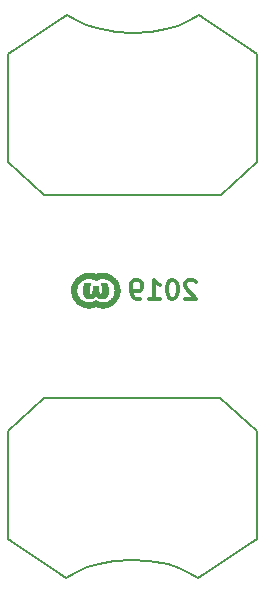
<source format=gbo>
G04 #@! TF.GenerationSoftware,KiCad,Pcbnew,(5.1.0)-1*
G04 #@! TF.CreationDate,2019-03-26T08:32:57+01:00*
G04 #@! TF.ProjectId,node,6e6f6465-2e6b-4696-9361-645f70636258,rev?*
G04 #@! TF.SameCoordinates,Original*
G04 #@! TF.FileFunction,Legend,Bot*
G04 #@! TF.FilePolarity,Positive*
%FSLAX46Y46*%
G04 Gerber Fmt 4.6, Leading zero omitted, Abs format (unit mm)*
G04 Created by KiCad (PCBNEW (5.1.0)-1) date 2019-03-26 08:32:57*
%MOMM*%
%LPD*%
G04 APERTURE LIST*
%ADD10C,0.300000*%
%ADD11C,0.010000*%
%ADD12C,0.203200*%
G04 APERTURE END LIST*
D10*
X152242857Y-81276190D02*
X152166666Y-81200000D01*
X152014285Y-81123809D01*
X151633333Y-81123809D01*
X151480952Y-81200000D01*
X151404761Y-81276190D01*
X151328571Y-81428571D01*
X151328571Y-81580952D01*
X151404761Y-81809523D01*
X152319047Y-82723809D01*
X151328571Y-82723809D01*
X150338095Y-81123809D02*
X150185714Y-81123809D01*
X150033333Y-81200000D01*
X149957142Y-81276190D01*
X149880952Y-81428571D01*
X149804761Y-81733333D01*
X149804761Y-82114285D01*
X149880952Y-82419047D01*
X149957142Y-82571428D01*
X150033333Y-82647619D01*
X150185714Y-82723809D01*
X150338095Y-82723809D01*
X150490476Y-82647619D01*
X150566666Y-82571428D01*
X150642857Y-82419047D01*
X150719047Y-82114285D01*
X150719047Y-81733333D01*
X150642857Y-81428571D01*
X150566666Y-81276190D01*
X150490476Y-81200000D01*
X150338095Y-81123809D01*
X148280952Y-82723809D02*
X149195238Y-82723809D01*
X148738095Y-82723809D02*
X148738095Y-81123809D01*
X148890476Y-81352380D01*
X149042857Y-81504761D01*
X149195238Y-81580952D01*
X147519047Y-82723809D02*
X147214285Y-82723809D01*
X147061904Y-82647619D01*
X146985714Y-82571428D01*
X146833333Y-82342857D01*
X146757142Y-82038095D01*
X146757142Y-81428571D01*
X146833333Y-81276190D01*
X146909523Y-81200000D01*
X147061904Y-81123809D01*
X147366666Y-81123809D01*
X147519047Y-81200000D01*
X147595238Y-81276190D01*
X147671428Y-81428571D01*
X147671428Y-81809523D01*
X147595238Y-81961904D01*
X147519047Y-82038095D01*
X147366666Y-82114285D01*
X147061904Y-82114285D01*
X146909523Y-82038095D01*
X146833333Y-81961904D01*
X146757142Y-81809523D01*
D11*
G36*
X144405229Y-81401294D02*
G01*
X144364039Y-81401327D01*
X144329096Y-81401398D01*
X144299895Y-81401521D01*
X144275932Y-81401708D01*
X144256702Y-81401974D01*
X144241699Y-81402331D01*
X144230420Y-81402793D01*
X144222357Y-81403373D01*
X144217008Y-81404084D01*
X144213867Y-81404941D01*
X144212429Y-81405955D01*
X144212190Y-81407140D01*
X144212307Y-81407636D01*
X144217617Y-81425366D01*
X144224259Y-81448451D01*
X144231772Y-81475212D01*
X144239696Y-81503971D01*
X144247569Y-81533050D01*
X144254931Y-81560772D01*
X144261321Y-81585458D01*
X144263342Y-81593469D01*
X144283330Y-81678173D01*
X144299504Y-81757310D01*
X144311944Y-81831435D01*
X144320732Y-81901102D01*
X144325952Y-81966866D01*
X144327684Y-82029029D01*
X144326034Y-82085383D01*
X144320993Y-82135460D01*
X144312521Y-82179423D01*
X144300573Y-82217434D01*
X144285107Y-82249656D01*
X144266080Y-82276252D01*
X144260935Y-82281861D01*
X144242845Y-82296513D01*
X144219868Y-82309003D01*
X144194245Y-82318524D01*
X144168219Y-82324270D01*
X144144032Y-82325434D01*
X144140590Y-82325152D01*
X144114915Y-82319276D01*
X144091835Y-82307119D01*
X144071288Y-82288582D01*
X144053212Y-82263570D01*
X144037542Y-82231984D01*
X144024218Y-82193728D01*
X144013175Y-82148705D01*
X144007763Y-82119281D01*
X144003711Y-82092771D01*
X144000403Y-82066496D01*
X143997792Y-82039486D01*
X143995834Y-82010774D01*
X143994485Y-81979388D01*
X143993699Y-81944359D01*
X143993431Y-81904719D01*
X143993637Y-81859496D01*
X143994051Y-81823107D01*
X143996035Y-81677057D01*
X143915653Y-81677062D01*
X143893985Y-81677122D01*
X143866376Y-81677291D01*
X143834142Y-81677555D01*
X143798597Y-81677903D01*
X143761058Y-81678320D01*
X143722838Y-81678793D01*
X143685255Y-81679311D01*
X143675614Y-81679453D01*
X143515957Y-81681839D01*
X143517202Y-81841827D01*
X143517460Y-81897727D01*
X143517290Y-81947111D01*
X143516659Y-81990708D01*
X143515536Y-82029246D01*
X143513889Y-82063457D01*
X143511685Y-82094068D01*
X143508894Y-82121810D01*
X143505482Y-82147412D01*
X143503224Y-82161472D01*
X143494599Y-82202648D01*
X143483821Y-82237162D01*
X143470673Y-82265346D01*
X143454939Y-82287530D01*
X143436402Y-82304047D01*
X143414847Y-82315227D01*
X143400106Y-82319573D01*
X143385444Y-82321702D01*
X143367045Y-82322701D01*
X143346799Y-82322656D01*
X143326594Y-82321652D01*
X143308317Y-82319774D01*
X143293857Y-82317106D01*
X143286257Y-82314435D01*
X143265543Y-82299394D01*
X143247250Y-82277932D01*
X143231407Y-82250481D01*
X143218045Y-82217474D01*
X143207194Y-82179342D01*
X143198884Y-82136518D01*
X143193145Y-82089432D01*
X143190007Y-82038516D01*
X143189500Y-81984203D01*
X143191655Y-81926925D01*
X143196502Y-81867113D01*
X143204071Y-81805198D01*
X143214391Y-81741614D01*
X143227493Y-81676791D01*
X143238520Y-81630177D01*
X143247329Y-81597073D01*
X143257632Y-81561627D01*
X143268829Y-81525700D01*
X143280318Y-81491159D01*
X143291498Y-81459866D01*
X143301768Y-81433685D01*
X143302350Y-81432299D01*
X143307841Y-81419169D01*
X143312054Y-81408888D01*
X143314341Y-81403046D01*
X143314571Y-81402303D01*
X143311041Y-81402132D01*
X143300843Y-81401969D01*
X143284565Y-81401819D01*
X143262798Y-81401682D01*
X143236130Y-81401561D01*
X143205150Y-81401459D01*
X143170447Y-81401379D01*
X143132611Y-81401322D01*
X143092230Y-81401291D01*
X143067798Y-81401286D01*
X142821025Y-81401286D01*
X142806225Y-81433036D01*
X142766926Y-81524421D01*
X142734643Y-81615018D01*
X142709243Y-81705285D01*
X142690591Y-81795678D01*
X142681359Y-81860300D01*
X142678386Y-81893287D01*
X142676459Y-81931013D01*
X142675581Y-81971336D01*
X142675754Y-82012113D01*
X142676982Y-82051200D01*
X142679267Y-82086454D01*
X142681015Y-82103768D01*
X142691542Y-82172370D01*
X142706512Y-82238521D01*
X142725659Y-82301761D01*
X142748718Y-82361632D01*
X142775421Y-82417675D01*
X142805503Y-82469434D01*
X142838696Y-82516448D01*
X142874735Y-82558260D01*
X142913353Y-82594412D01*
X142954284Y-82624446D01*
X142997262Y-82647902D01*
X142997283Y-82647911D01*
X143030101Y-82661410D01*
X143067689Y-82674397D01*
X143107565Y-82686082D01*
X143147248Y-82695676D01*
X143147657Y-82695763D01*
X143162584Y-82698841D01*
X143175667Y-82701193D01*
X143188260Y-82702917D01*
X143201721Y-82704114D01*
X143217403Y-82704882D01*
X143236662Y-82705321D01*
X143260855Y-82705530D01*
X143281914Y-82705593D01*
X143314748Y-82705508D01*
X143341824Y-82704992D01*
X143364639Y-82703854D01*
X143384689Y-82701901D01*
X143403471Y-82698944D01*
X143422480Y-82694791D01*
X143443212Y-82689251D01*
X143467164Y-82682132D01*
X143468376Y-82681761D01*
X143524016Y-82661031D01*
X143576992Y-82633939D01*
X143626303Y-82601060D01*
X143663795Y-82569728D01*
X143681159Y-82552170D01*
X143700336Y-82530318D01*
X143719671Y-82506252D01*
X143737506Y-82482053D01*
X143752184Y-82459801D01*
X143754717Y-82455561D01*
X143764876Y-82438163D01*
X143781146Y-82464553D01*
X143816465Y-82515667D01*
X143855954Y-82561382D01*
X143899261Y-82601402D01*
X143946033Y-82635429D01*
X143995921Y-82663168D01*
X144036657Y-82680206D01*
X144060591Y-82688368D01*
X144082469Y-82694583D01*
X144104009Y-82699124D01*
X144126932Y-82702260D01*
X144152958Y-82704264D01*
X144183806Y-82705408D01*
X144198129Y-82705688D01*
X144221228Y-82705971D01*
X144242617Y-82706071D01*
X144260941Y-82705995D01*
X144274846Y-82705749D01*
X144282978Y-82705339D01*
X144283400Y-82705292D01*
X144325811Y-82698678D01*
X144369924Y-82689216D01*
X144414352Y-82677363D01*
X144457708Y-82663578D01*
X144498604Y-82648318D01*
X144535651Y-82632042D01*
X144567464Y-82615206D01*
X144579868Y-82607461D01*
X144604725Y-82588947D01*
X144631279Y-82565630D01*
X144657885Y-82539146D01*
X144682901Y-82511136D01*
X144704683Y-82483238D01*
X144705254Y-82482441D01*
X144715801Y-82466589D01*
X144728100Y-82446368D01*
X144740863Y-82423995D01*
X144752799Y-82401688D01*
X144756845Y-82393700D01*
X144780392Y-82342698D01*
X144799690Y-82292430D01*
X144815402Y-82240795D01*
X144828192Y-82185695D01*
X144835742Y-82144058D01*
X144839029Y-82118230D01*
X144841519Y-82086844D01*
X144843203Y-82051557D01*
X144844071Y-82014024D01*
X144844113Y-81975902D01*
X144843319Y-81938848D01*
X144841680Y-81904517D01*
X144839186Y-81874566D01*
X144837409Y-81860300D01*
X144822932Y-81775692D01*
X144804294Y-81694264D01*
X144780988Y-81614278D01*
X144752506Y-81533996D01*
X144718342Y-81451679D01*
X144718121Y-81451179D01*
X144696002Y-81401286D01*
X144453171Y-81401286D01*
X144405229Y-81401294D01*
X144405229Y-81401294D01*
G37*
X144405229Y-81401294D02*
X144364039Y-81401327D01*
X144329096Y-81401398D01*
X144299895Y-81401521D01*
X144275932Y-81401708D01*
X144256702Y-81401974D01*
X144241699Y-81402331D01*
X144230420Y-81402793D01*
X144222357Y-81403373D01*
X144217008Y-81404084D01*
X144213867Y-81404941D01*
X144212429Y-81405955D01*
X144212190Y-81407140D01*
X144212307Y-81407636D01*
X144217617Y-81425366D01*
X144224259Y-81448451D01*
X144231772Y-81475212D01*
X144239696Y-81503971D01*
X144247569Y-81533050D01*
X144254931Y-81560772D01*
X144261321Y-81585458D01*
X144263342Y-81593469D01*
X144283330Y-81678173D01*
X144299504Y-81757310D01*
X144311944Y-81831435D01*
X144320732Y-81901102D01*
X144325952Y-81966866D01*
X144327684Y-82029029D01*
X144326034Y-82085383D01*
X144320993Y-82135460D01*
X144312521Y-82179423D01*
X144300573Y-82217434D01*
X144285107Y-82249656D01*
X144266080Y-82276252D01*
X144260935Y-82281861D01*
X144242845Y-82296513D01*
X144219868Y-82309003D01*
X144194245Y-82318524D01*
X144168219Y-82324270D01*
X144144032Y-82325434D01*
X144140590Y-82325152D01*
X144114915Y-82319276D01*
X144091835Y-82307119D01*
X144071288Y-82288582D01*
X144053212Y-82263570D01*
X144037542Y-82231984D01*
X144024218Y-82193728D01*
X144013175Y-82148705D01*
X144007763Y-82119281D01*
X144003711Y-82092771D01*
X144000403Y-82066496D01*
X143997792Y-82039486D01*
X143995834Y-82010774D01*
X143994485Y-81979388D01*
X143993699Y-81944359D01*
X143993431Y-81904719D01*
X143993637Y-81859496D01*
X143994051Y-81823107D01*
X143996035Y-81677057D01*
X143915653Y-81677062D01*
X143893985Y-81677122D01*
X143866376Y-81677291D01*
X143834142Y-81677555D01*
X143798597Y-81677903D01*
X143761058Y-81678320D01*
X143722838Y-81678793D01*
X143685255Y-81679311D01*
X143675614Y-81679453D01*
X143515957Y-81681839D01*
X143517202Y-81841827D01*
X143517460Y-81897727D01*
X143517290Y-81947111D01*
X143516659Y-81990708D01*
X143515536Y-82029246D01*
X143513889Y-82063457D01*
X143511685Y-82094068D01*
X143508894Y-82121810D01*
X143505482Y-82147412D01*
X143503224Y-82161472D01*
X143494599Y-82202648D01*
X143483821Y-82237162D01*
X143470673Y-82265346D01*
X143454939Y-82287530D01*
X143436402Y-82304047D01*
X143414847Y-82315227D01*
X143400106Y-82319573D01*
X143385444Y-82321702D01*
X143367045Y-82322701D01*
X143346799Y-82322656D01*
X143326594Y-82321652D01*
X143308317Y-82319774D01*
X143293857Y-82317106D01*
X143286257Y-82314435D01*
X143265543Y-82299394D01*
X143247250Y-82277932D01*
X143231407Y-82250481D01*
X143218045Y-82217474D01*
X143207194Y-82179342D01*
X143198884Y-82136518D01*
X143193145Y-82089432D01*
X143190007Y-82038516D01*
X143189500Y-81984203D01*
X143191655Y-81926925D01*
X143196502Y-81867113D01*
X143204071Y-81805198D01*
X143214391Y-81741614D01*
X143227493Y-81676791D01*
X143238520Y-81630177D01*
X143247329Y-81597073D01*
X143257632Y-81561627D01*
X143268829Y-81525700D01*
X143280318Y-81491159D01*
X143291498Y-81459866D01*
X143301768Y-81433685D01*
X143302350Y-81432299D01*
X143307841Y-81419169D01*
X143312054Y-81408888D01*
X143314341Y-81403046D01*
X143314571Y-81402303D01*
X143311041Y-81402132D01*
X143300843Y-81401969D01*
X143284565Y-81401819D01*
X143262798Y-81401682D01*
X143236130Y-81401561D01*
X143205150Y-81401459D01*
X143170447Y-81401379D01*
X143132611Y-81401322D01*
X143092230Y-81401291D01*
X143067798Y-81401286D01*
X142821025Y-81401286D01*
X142806225Y-81433036D01*
X142766926Y-81524421D01*
X142734643Y-81615018D01*
X142709243Y-81705285D01*
X142690591Y-81795678D01*
X142681359Y-81860300D01*
X142678386Y-81893287D01*
X142676459Y-81931013D01*
X142675581Y-81971336D01*
X142675754Y-82012113D01*
X142676982Y-82051200D01*
X142679267Y-82086454D01*
X142681015Y-82103768D01*
X142691542Y-82172370D01*
X142706512Y-82238521D01*
X142725659Y-82301761D01*
X142748718Y-82361632D01*
X142775421Y-82417675D01*
X142805503Y-82469434D01*
X142838696Y-82516448D01*
X142874735Y-82558260D01*
X142913353Y-82594412D01*
X142954284Y-82624446D01*
X142997262Y-82647902D01*
X142997283Y-82647911D01*
X143030101Y-82661410D01*
X143067689Y-82674397D01*
X143107565Y-82686082D01*
X143147248Y-82695676D01*
X143147657Y-82695763D01*
X143162584Y-82698841D01*
X143175667Y-82701193D01*
X143188260Y-82702917D01*
X143201721Y-82704114D01*
X143217403Y-82704882D01*
X143236662Y-82705321D01*
X143260855Y-82705530D01*
X143281914Y-82705593D01*
X143314748Y-82705508D01*
X143341824Y-82704992D01*
X143364639Y-82703854D01*
X143384689Y-82701901D01*
X143403471Y-82698944D01*
X143422480Y-82694791D01*
X143443212Y-82689251D01*
X143467164Y-82682132D01*
X143468376Y-82681761D01*
X143524016Y-82661031D01*
X143576992Y-82633939D01*
X143626303Y-82601060D01*
X143663795Y-82569728D01*
X143681159Y-82552170D01*
X143700336Y-82530318D01*
X143719671Y-82506252D01*
X143737506Y-82482053D01*
X143752184Y-82459801D01*
X143754717Y-82455561D01*
X143764876Y-82438163D01*
X143781146Y-82464553D01*
X143816465Y-82515667D01*
X143855954Y-82561382D01*
X143899261Y-82601402D01*
X143946033Y-82635429D01*
X143995921Y-82663168D01*
X144036657Y-82680206D01*
X144060591Y-82688368D01*
X144082469Y-82694583D01*
X144104009Y-82699124D01*
X144126932Y-82702260D01*
X144152958Y-82704264D01*
X144183806Y-82705408D01*
X144198129Y-82705688D01*
X144221228Y-82705971D01*
X144242617Y-82706071D01*
X144260941Y-82705995D01*
X144274846Y-82705749D01*
X144282978Y-82705339D01*
X144283400Y-82705292D01*
X144325811Y-82698678D01*
X144369924Y-82689216D01*
X144414352Y-82677363D01*
X144457708Y-82663578D01*
X144498604Y-82648318D01*
X144535651Y-82632042D01*
X144567464Y-82615206D01*
X144579868Y-82607461D01*
X144604725Y-82588947D01*
X144631279Y-82565630D01*
X144657885Y-82539146D01*
X144682901Y-82511136D01*
X144704683Y-82483238D01*
X144705254Y-82482441D01*
X144715801Y-82466589D01*
X144728100Y-82446368D01*
X144740863Y-82423995D01*
X144752799Y-82401688D01*
X144756845Y-82393700D01*
X144780392Y-82342698D01*
X144799690Y-82292430D01*
X144815402Y-82240795D01*
X144828192Y-82185695D01*
X144835742Y-82144058D01*
X144839029Y-82118230D01*
X144841519Y-82086844D01*
X144843203Y-82051557D01*
X144844071Y-82014024D01*
X144844113Y-81975902D01*
X144843319Y-81938848D01*
X144841680Y-81904517D01*
X144839186Y-81874566D01*
X144837409Y-81860300D01*
X144822932Y-81775692D01*
X144804294Y-81694264D01*
X144780988Y-81614278D01*
X144752506Y-81533996D01*
X144718342Y-81451679D01*
X144718121Y-81451179D01*
X144696002Y-81401286D01*
X144453171Y-81401286D01*
X144405229Y-81401294D01*
G36*
X143136972Y-80527365D02*
G01*
X143082406Y-80529691D01*
X143028426Y-80533486D01*
X142976826Y-80538657D01*
X142929401Y-80545111D01*
X142900914Y-80550096D01*
X142797641Y-80573705D01*
X142697626Y-80603741D01*
X142600982Y-80640145D01*
X142507825Y-80682855D01*
X142418269Y-80731813D01*
X142332427Y-80786959D01*
X142250416Y-80848231D01*
X142172348Y-80915570D01*
X142133172Y-80953140D01*
X142061453Y-81029408D01*
X141995932Y-81109425D01*
X141936663Y-81193084D01*
X141883698Y-81280276D01*
X141837089Y-81370893D01*
X141796889Y-81464826D01*
X141763150Y-81561968D01*
X141735924Y-81662210D01*
X141715264Y-81765443D01*
X141704845Y-81838529D01*
X141702088Y-81867839D01*
X141700035Y-81902736D01*
X141698687Y-81941581D01*
X141698044Y-81982739D01*
X141698106Y-82024571D01*
X141698873Y-82065442D01*
X141700344Y-82103713D01*
X141702520Y-82137749D01*
X141704845Y-82161472D01*
X141720939Y-82266563D01*
X141743676Y-82368859D01*
X141772963Y-82468194D01*
X141808708Y-82564403D01*
X141850818Y-82657320D01*
X141899202Y-82746781D01*
X141953767Y-82832621D01*
X142014421Y-82914673D01*
X142081073Y-82992774D01*
X142153629Y-83066757D01*
X142231998Y-83136458D01*
X142262286Y-83160999D01*
X142342200Y-83219585D01*
X142426663Y-83272776D01*
X142515087Y-83320301D01*
X142606882Y-83361889D01*
X142701459Y-83397272D01*
X142798232Y-83426179D01*
X142882771Y-83445656D01*
X142917286Y-83452346D01*
X142947861Y-83457789D01*
X142975884Y-83462106D01*
X143002741Y-83465422D01*
X143029820Y-83467859D01*
X143058507Y-83469541D01*
X143090190Y-83470591D01*
X143126256Y-83471132D01*
X143168091Y-83471287D01*
X143171243Y-83471287D01*
X143206489Y-83471223D01*
X143235646Y-83471020D01*
X143259881Y-83470625D01*
X143280359Y-83469986D01*
X143298250Y-83469051D01*
X143314718Y-83467768D01*
X143330932Y-83466084D01*
X143348059Y-83463947D01*
X143354486Y-83463083D01*
X143440461Y-83449096D01*
X143523727Y-83431054D01*
X143603027Y-83409266D01*
X143677106Y-83384043D01*
X143681767Y-83382271D01*
X143700175Y-83375257D01*
X143717048Y-83368893D01*
X143730787Y-83363778D01*
X143739791Y-83360509D01*
X143741215Y-83360017D01*
X143746298Y-83358841D01*
X143752267Y-83358921D01*
X143760332Y-83360567D01*
X143771705Y-83364089D01*
X143787597Y-83369798D01*
X143804715Y-83376276D01*
X143883262Y-83404194D01*
X143959770Y-83426830D01*
X144036388Y-83444688D01*
X144115265Y-83458272D01*
X144194971Y-83467746D01*
X144224357Y-83469933D01*
X144258990Y-83471485D01*
X144297071Y-83472400D01*
X144336798Y-83472680D01*
X144376369Y-83472325D01*
X144413984Y-83471337D01*
X144447840Y-83469715D01*
X144474306Y-83467646D01*
X144577391Y-83453822D01*
X144678514Y-83433040D01*
X144777469Y-83405384D01*
X144874054Y-83370937D01*
X144968066Y-83329781D01*
X145059300Y-83282000D01*
X145147554Y-83227677D01*
X145232623Y-83166894D01*
X145255857Y-83148718D01*
X145278833Y-83129466D01*
X145305244Y-83105781D01*
X145333919Y-83078838D01*
X145363686Y-83049812D01*
X145393373Y-83019878D01*
X145421808Y-82990210D01*
X145447821Y-82961983D01*
X145470238Y-82936372D01*
X145482348Y-82921657D01*
X145544053Y-82838461D01*
X145599716Y-82751539D01*
X145649128Y-82661297D01*
X145692076Y-82568138D01*
X145728351Y-82472471D01*
X145747992Y-82410029D01*
X145772607Y-82312195D01*
X145790390Y-82212561D01*
X145801339Y-82111717D01*
X145805455Y-82010251D01*
X145805367Y-82006944D01*
X145377760Y-82006944D01*
X145377556Y-82041625D01*
X145376823Y-82074928D01*
X145375559Y-82105445D01*
X145373764Y-82131769D01*
X145371437Y-82152493D01*
X145371006Y-82155254D01*
X145356671Y-82229065D01*
X145338534Y-82298627D01*
X145328367Y-82331017D01*
X145298371Y-82410265D01*
X145262240Y-82485972D01*
X145220313Y-82557874D01*
X145172927Y-82625710D01*
X145120423Y-82689217D01*
X145063139Y-82748134D01*
X145001413Y-82802196D01*
X144935585Y-82851143D01*
X144865993Y-82894712D01*
X144792976Y-82932640D01*
X144716872Y-82964665D01*
X144638021Y-82990524D01*
X144556761Y-83009956D01*
X144473431Y-83022698D01*
X144430332Y-83026530D01*
X144407298Y-83028061D01*
X144389518Y-83029106D01*
X144375008Y-83029670D01*
X144361782Y-83029757D01*
X144347853Y-83029372D01*
X144331238Y-83028520D01*
X144309950Y-83027205D01*
X144303876Y-83026818D01*
X144237114Y-83020894D01*
X144175025Y-83011803D01*
X144115600Y-82999213D01*
X144082014Y-82990307D01*
X144031243Y-82973974D01*
X143977817Y-82953346D01*
X143923975Y-82929444D01*
X143871954Y-82903290D01*
X143823993Y-82875904D01*
X143805312Y-82864093D01*
X143764468Y-82837381D01*
X143727298Y-82862071D01*
X143657561Y-82904117D01*
X143583894Y-82940419D01*
X143507050Y-82970778D01*
X143427785Y-82994992D01*
X143346851Y-83012861D01*
X143265004Y-83024184D01*
X143182997Y-83028760D01*
X143108047Y-83026839D01*
X143020788Y-83017597D01*
X142935967Y-83001568D01*
X142853708Y-82978796D01*
X142774136Y-82949322D01*
X142697377Y-82913189D01*
X142623554Y-82870440D01*
X142592486Y-82849858D01*
X142523239Y-82797851D01*
X142459289Y-82740974D01*
X142400793Y-82679476D01*
X142347906Y-82613608D01*
X142300784Y-82543620D01*
X142259581Y-82469761D01*
X142224454Y-82392283D01*
X142195558Y-82311435D01*
X142173049Y-82227468D01*
X142158832Y-82152400D01*
X142155922Y-82128455D01*
X142153580Y-82099087D01*
X142151851Y-82066112D01*
X142150778Y-82031345D01*
X142150405Y-81996601D01*
X142150776Y-81963696D01*
X142151935Y-81934445D01*
X142153163Y-81917912D01*
X142164769Y-81831857D01*
X142183192Y-81748034D01*
X142208262Y-81666748D01*
X142239809Y-81588302D01*
X142277664Y-81512997D01*
X142321657Y-81441138D01*
X142371618Y-81373026D01*
X142427378Y-81308965D01*
X142488766Y-81249258D01*
X142555613Y-81194208D01*
X142560935Y-81190206D01*
X142631207Y-81142204D01*
X142705089Y-81100462D01*
X142782404Y-81065051D01*
X142862975Y-81036042D01*
X142946625Y-81013503D01*
X143033178Y-80997505D01*
X143055129Y-80994551D01*
X143075973Y-80992627D01*
X143102310Y-80991229D01*
X143132391Y-80990359D01*
X143164470Y-80990020D01*
X143196801Y-80990213D01*
X143227636Y-80990941D01*
X143255229Y-80992206D01*
X143277833Y-80994011D01*
X143280100Y-80994260D01*
X143364991Y-81007594D01*
X143448403Y-81027944D01*
X143529867Y-81055142D01*
X143608914Y-81089017D01*
X143685076Y-81129401D01*
X143729447Y-81156850D01*
X143765137Y-81180186D01*
X143803833Y-81154476D01*
X143824865Y-81141381D01*
X143850953Y-81126502D01*
X143880396Y-81110698D01*
X143911490Y-81094828D01*
X143942532Y-81079749D01*
X143971821Y-81066319D01*
X143997653Y-81055399D01*
X144008935Y-81051076D01*
X144090118Y-81025212D01*
X144172535Y-81006317D01*
X144255743Y-80994340D01*
X144339298Y-80989227D01*
X144422757Y-80990927D01*
X144505676Y-80999387D01*
X144587611Y-81014556D01*
X144668120Y-81036381D01*
X144746759Y-81064810D01*
X144823083Y-81099790D01*
X144896651Y-81141270D01*
X144923840Y-81158758D01*
X144957051Y-81181502D01*
X144986240Y-81203002D01*
X145013326Y-81224835D01*
X145040227Y-81248576D01*
X145068860Y-81275804D01*
X145081906Y-81288700D01*
X145110999Y-81318442D01*
X145135971Y-81345748D01*
X145158455Y-81372606D01*
X145180082Y-81401003D01*
X145202487Y-81432926D01*
X145211728Y-81446670D01*
X145255647Y-81519151D01*
X145293244Y-81595173D01*
X145324492Y-81674657D01*
X145349359Y-81757527D01*
X145367817Y-81843705D01*
X145370860Y-81862115D01*
X145373294Y-81882579D01*
X145375201Y-81908702D01*
X145376582Y-81939075D01*
X145377435Y-81972292D01*
X145377760Y-82006944D01*
X145805367Y-82006944D01*
X145802739Y-81908753D01*
X145793189Y-81807811D01*
X145776807Y-81708015D01*
X145753592Y-81609954D01*
X145747946Y-81589972D01*
X145730807Y-81534365D01*
X145712648Y-81482582D01*
X145692539Y-81432296D01*
X145669548Y-81381178D01*
X145642744Y-81326900D01*
X145642713Y-81326841D01*
X145600119Y-81249056D01*
X145554361Y-81176127D01*
X145504528Y-81106824D01*
X145449706Y-81039918D01*
X145388986Y-80974180D01*
X145358821Y-80943991D01*
X145282101Y-80873870D01*
X145201780Y-80810048D01*
X145117834Y-80752511D01*
X145030242Y-80701246D01*
X144938981Y-80656239D01*
X144844027Y-80617477D01*
X144796843Y-80600990D01*
X144711867Y-80575353D01*
X144628522Y-80555422D01*
X144545164Y-80540937D01*
X144460148Y-80531634D01*
X144371832Y-80527250D01*
X144332061Y-80526813D01*
X144228164Y-80530202D01*
X144126607Y-80540428D01*
X144027195Y-80557527D01*
X143929735Y-80581534D01*
X143834031Y-80612486D01*
X143796597Y-80626662D01*
X143780496Y-80632926D01*
X143766841Y-80638069D01*
X143757050Y-80641569D01*
X143752538Y-80642906D01*
X143752500Y-80642908D01*
X143748313Y-80641696D01*
X143738464Y-80638325D01*
X143724081Y-80633196D01*
X143706293Y-80626711D01*
X143687186Y-80619631D01*
X143592321Y-80587632D01*
X143497062Y-80562437D01*
X143400220Y-80543778D01*
X143300607Y-80531392D01*
X143286236Y-80530132D01*
X143240681Y-80527493D01*
X143190328Y-80526601D01*
X143136972Y-80527365D01*
X143136972Y-80527365D01*
G37*
X143136972Y-80527365D02*
X143082406Y-80529691D01*
X143028426Y-80533486D01*
X142976826Y-80538657D01*
X142929401Y-80545111D01*
X142900914Y-80550096D01*
X142797641Y-80573705D01*
X142697626Y-80603741D01*
X142600982Y-80640145D01*
X142507825Y-80682855D01*
X142418269Y-80731813D01*
X142332427Y-80786959D01*
X142250416Y-80848231D01*
X142172348Y-80915570D01*
X142133172Y-80953140D01*
X142061453Y-81029408D01*
X141995932Y-81109425D01*
X141936663Y-81193084D01*
X141883698Y-81280276D01*
X141837089Y-81370893D01*
X141796889Y-81464826D01*
X141763150Y-81561968D01*
X141735924Y-81662210D01*
X141715264Y-81765443D01*
X141704845Y-81838529D01*
X141702088Y-81867839D01*
X141700035Y-81902736D01*
X141698687Y-81941581D01*
X141698044Y-81982739D01*
X141698106Y-82024571D01*
X141698873Y-82065442D01*
X141700344Y-82103713D01*
X141702520Y-82137749D01*
X141704845Y-82161472D01*
X141720939Y-82266563D01*
X141743676Y-82368859D01*
X141772963Y-82468194D01*
X141808708Y-82564403D01*
X141850818Y-82657320D01*
X141899202Y-82746781D01*
X141953767Y-82832621D01*
X142014421Y-82914673D01*
X142081073Y-82992774D01*
X142153629Y-83066757D01*
X142231998Y-83136458D01*
X142262286Y-83160999D01*
X142342200Y-83219585D01*
X142426663Y-83272776D01*
X142515087Y-83320301D01*
X142606882Y-83361889D01*
X142701459Y-83397272D01*
X142798232Y-83426179D01*
X142882771Y-83445656D01*
X142917286Y-83452346D01*
X142947861Y-83457789D01*
X142975884Y-83462106D01*
X143002741Y-83465422D01*
X143029820Y-83467859D01*
X143058507Y-83469541D01*
X143090190Y-83470591D01*
X143126256Y-83471132D01*
X143168091Y-83471287D01*
X143171243Y-83471287D01*
X143206489Y-83471223D01*
X143235646Y-83471020D01*
X143259881Y-83470625D01*
X143280359Y-83469986D01*
X143298250Y-83469051D01*
X143314718Y-83467768D01*
X143330932Y-83466084D01*
X143348059Y-83463947D01*
X143354486Y-83463083D01*
X143440461Y-83449096D01*
X143523727Y-83431054D01*
X143603027Y-83409266D01*
X143677106Y-83384043D01*
X143681767Y-83382271D01*
X143700175Y-83375257D01*
X143717048Y-83368893D01*
X143730787Y-83363778D01*
X143739791Y-83360509D01*
X143741215Y-83360017D01*
X143746298Y-83358841D01*
X143752267Y-83358921D01*
X143760332Y-83360567D01*
X143771705Y-83364089D01*
X143787597Y-83369798D01*
X143804715Y-83376276D01*
X143883262Y-83404194D01*
X143959770Y-83426830D01*
X144036388Y-83444688D01*
X144115265Y-83458272D01*
X144194971Y-83467746D01*
X144224357Y-83469933D01*
X144258990Y-83471485D01*
X144297071Y-83472400D01*
X144336798Y-83472680D01*
X144376369Y-83472325D01*
X144413984Y-83471337D01*
X144447840Y-83469715D01*
X144474306Y-83467646D01*
X144577391Y-83453822D01*
X144678514Y-83433040D01*
X144777469Y-83405384D01*
X144874054Y-83370937D01*
X144968066Y-83329781D01*
X145059300Y-83282000D01*
X145147554Y-83227677D01*
X145232623Y-83166894D01*
X145255857Y-83148718D01*
X145278833Y-83129466D01*
X145305244Y-83105781D01*
X145333919Y-83078838D01*
X145363686Y-83049812D01*
X145393373Y-83019878D01*
X145421808Y-82990210D01*
X145447821Y-82961983D01*
X145470238Y-82936372D01*
X145482348Y-82921657D01*
X145544053Y-82838461D01*
X145599716Y-82751539D01*
X145649128Y-82661297D01*
X145692076Y-82568138D01*
X145728351Y-82472471D01*
X145747992Y-82410029D01*
X145772607Y-82312195D01*
X145790390Y-82212561D01*
X145801339Y-82111717D01*
X145805455Y-82010251D01*
X145805367Y-82006944D01*
X145377760Y-82006944D01*
X145377556Y-82041625D01*
X145376823Y-82074928D01*
X145375559Y-82105445D01*
X145373764Y-82131769D01*
X145371437Y-82152493D01*
X145371006Y-82155254D01*
X145356671Y-82229065D01*
X145338534Y-82298627D01*
X145328367Y-82331017D01*
X145298371Y-82410265D01*
X145262240Y-82485972D01*
X145220313Y-82557874D01*
X145172927Y-82625710D01*
X145120423Y-82689217D01*
X145063139Y-82748134D01*
X145001413Y-82802196D01*
X144935585Y-82851143D01*
X144865993Y-82894712D01*
X144792976Y-82932640D01*
X144716872Y-82964665D01*
X144638021Y-82990524D01*
X144556761Y-83009956D01*
X144473431Y-83022698D01*
X144430332Y-83026530D01*
X144407298Y-83028061D01*
X144389518Y-83029106D01*
X144375008Y-83029670D01*
X144361782Y-83029757D01*
X144347853Y-83029372D01*
X144331238Y-83028520D01*
X144309950Y-83027205D01*
X144303876Y-83026818D01*
X144237114Y-83020894D01*
X144175025Y-83011803D01*
X144115600Y-82999213D01*
X144082014Y-82990307D01*
X144031243Y-82973974D01*
X143977817Y-82953346D01*
X143923975Y-82929444D01*
X143871954Y-82903290D01*
X143823993Y-82875904D01*
X143805312Y-82864093D01*
X143764468Y-82837381D01*
X143727298Y-82862071D01*
X143657561Y-82904117D01*
X143583894Y-82940419D01*
X143507050Y-82970778D01*
X143427785Y-82994992D01*
X143346851Y-83012861D01*
X143265004Y-83024184D01*
X143182997Y-83028760D01*
X143108047Y-83026839D01*
X143020788Y-83017597D01*
X142935967Y-83001568D01*
X142853708Y-82978796D01*
X142774136Y-82949322D01*
X142697377Y-82913189D01*
X142623554Y-82870440D01*
X142592486Y-82849858D01*
X142523239Y-82797851D01*
X142459289Y-82740974D01*
X142400793Y-82679476D01*
X142347906Y-82613608D01*
X142300784Y-82543620D01*
X142259581Y-82469761D01*
X142224454Y-82392283D01*
X142195558Y-82311435D01*
X142173049Y-82227468D01*
X142158832Y-82152400D01*
X142155922Y-82128455D01*
X142153580Y-82099087D01*
X142151851Y-82066112D01*
X142150778Y-82031345D01*
X142150405Y-81996601D01*
X142150776Y-81963696D01*
X142151935Y-81934445D01*
X142153163Y-81917912D01*
X142164769Y-81831857D01*
X142183192Y-81748034D01*
X142208262Y-81666748D01*
X142239809Y-81588302D01*
X142277664Y-81512997D01*
X142321657Y-81441138D01*
X142371618Y-81373026D01*
X142427378Y-81308965D01*
X142488766Y-81249258D01*
X142555613Y-81194208D01*
X142560935Y-81190206D01*
X142631207Y-81142204D01*
X142705089Y-81100462D01*
X142782404Y-81065051D01*
X142862975Y-81036042D01*
X142946625Y-81013503D01*
X143033178Y-80997505D01*
X143055129Y-80994551D01*
X143075973Y-80992627D01*
X143102310Y-80991229D01*
X143132391Y-80990359D01*
X143164470Y-80990020D01*
X143196801Y-80990213D01*
X143227636Y-80990941D01*
X143255229Y-80992206D01*
X143277833Y-80994011D01*
X143280100Y-80994260D01*
X143364991Y-81007594D01*
X143448403Y-81027944D01*
X143529867Y-81055142D01*
X143608914Y-81089017D01*
X143685076Y-81129401D01*
X143729447Y-81156850D01*
X143765137Y-81180186D01*
X143803833Y-81154476D01*
X143824865Y-81141381D01*
X143850953Y-81126502D01*
X143880396Y-81110698D01*
X143911490Y-81094828D01*
X143942532Y-81079749D01*
X143971821Y-81066319D01*
X143997653Y-81055399D01*
X144008935Y-81051076D01*
X144090118Y-81025212D01*
X144172535Y-81006317D01*
X144255743Y-80994340D01*
X144339298Y-80989227D01*
X144422757Y-80990927D01*
X144505676Y-80999387D01*
X144587611Y-81014556D01*
X144668120Y-81036381D01*
X144746759Y-81064810D01*
X144823083Y-81099790D01*
X144896651Y-81141270D01*
X144923840Y-81158758D01*
X144957051Y-81181502D01*
X144986240Y-81203002D01*
X145013326Y-81224835D01*
X145040227Y-81248576D01*
X145068860Y-81275804D01*
X145081906Y-81288700D01*
X145110999Y-81318442D01*
X145135971Y-81345748D01*
X145158455Y-81372606D01*
X145180082Y-81401003D01*
X145202487Y-81432926D01*
X145211728Y-81446670D01*
X145255647Y-81519151D01*
X145293244Y-81595173D01*
X145324492Y-81674657D01*
X145349359Y-81757527D01*
X145367817Y-81843705D01*
X145370860Y-81862115D01*
X145373294Y-81882579D01*
X145375201Y-81908702D01*
X145376582Y-81939075D01*
X145377435Y-81972292D01*
X145377760Y-82006944D01*
X145805367Y-82006944D01*
X145802739Y-81908753D01*
X145793189Y-81807811D01*
X145776807Y-81708015D01*
X145753592Y-81609954D01*
X145747946Y-81589972D01*
X145730807Y-81534365D01*
X145712648Y-81482582D01*
X145692539Y-81432296D01*
X145669548Y-81381178D01*
X145642744Y-81326900D01*
X145642713Y-81326841D01*
X145600119Y-81249056D01*
X145554361Y-81176127D01*
X145504528Y-81106824D01*
X145449706Y-81039918D01*
X145388986Y-80974180D01*
X145358821Y-80943991D01*
X145282101Y-80873870D01*
X145201780Y-80810048D01*
X145117834Y-80752511D01*
X145030242Y-80701246D01*
X144938981Y-80656239D01*
X144844027Y-80617477D01*
X144796843Y-80600990D01*
X144711867Y-80575353D01*
X144628522Y-80555422D01*
X144545164Y-80540937D01*
X144460148Y-80531634D01*
X144371832Y-80527250D01*
X144332061Y-80526813D01*
X144228164Y-80530202D01*
X144126607Y-80540428D01*
X144027195Y-80557527D01*
X143929735Y-80581534D01*
X143834031Y-80612486D01*
X143796597Y-80626662D01*
X143780496Y-80632926D01*
X143766841Y-80638069D01*
X143757050Y-80641569D01*
X143752538Y-80642906D01*
X143752500Y-80642908D01*
X143748313Y-80641696D01*
X143738464Y-80638325D01*
X143724081Y-80633196D01*
X143706293Y-80626711D01*
X143687186Y-80619631D01*
X143592321Y-80587632D01*
X143497062Y-80562437D01*
X143400220Y-80543778D01*
X143300607Y-80531392D01*
X143286236Y-80530132D01*
X143240681Y-80527493D01*
X143190328Y-80526601D01*
X143136972Y-80527365D01*
D12*
X139446040Y-73965980D02*
X136395500Y-71174520D01*
X139446040Y-73965980D02*
X154426960Y-73965980D01*
X157477500Y-71174520D02*
X154426960Y-73965980D01*
X157477500Y-71174520D02*
X157477500Y-62025440D01*
X136395500Y-71174520D02*
X136395500Y-62025440D01*
X141345960Y-58725980D02*
X136395500Y-62025440D01*
X152527040Y-58725980D02*
X157477500Y-62025440D01*
X151805680Y-59145080D02*
X152527040Y-58725980D01*
X150716020Y-59594660D02*
X151805680Y-59145080D01*
X149715260Y-59914700D02*
X150716020Y-59594660D01*
X148485900Y-60156000D02*
X149715260Y-59914700D01*
X146936500Y-60244900D02*
X148485900Y-60156000D01*
X145486160Y-60166160D02*
X146936500Y-60244900D01*
X143855480Y-59846120D02*
X145486160Y-60166160D01*
X142925840Y-59515920D02*
X143855480Y-59846120D01*
X142077480Y-59145080D02*
X142925840Y-59515920D01*
X141345960Y-58725980D02*
X142077480Y-59145080D01*
X154350760Y-91104120D02*
X157401300Y-93895580D01*
X154350760Y-91104120D02*
X139369840Y-91104120D01*
X136319300Y-93895580D02*
X139369840Y-91104120D01*
X136319300Y-93895580D02*
X136319300Y-103044660D01*
X157401300Y-93895580D02*
X157401300Y-103044660D01*
X152450840Y-106344120D02*
X157401300Y-103044660D01*
X141269760Y-106344120D02*
X136319300Y-103044660D01*
X141991120Y-105925020D02*
X141269760Y-106344120D01*
X143080780Y-105475440D02*
X141991120Y-105925020D01*
X144081540Y-105155400D02*
X143080780Y-105475440D01*
X145310900Y-104914100D02*
X144081540Y-105155400D01*
X146860300Y-104825200D02*
X145310900Y-104914100D01*
X148310640Y-104903940D02*
X146860300Y-104825200D01*
X149941320Y-105223980D02*
X148310640Y-104903940D01*
X150870960Y-105554180D02*
X149941320Y-105223980D01*
X151719320Y-105925020D02*
X150870960Y-105554180D01*
X152450840Y-106344120D02*
X151719320Y-105925020D01*
M02*

</source>
